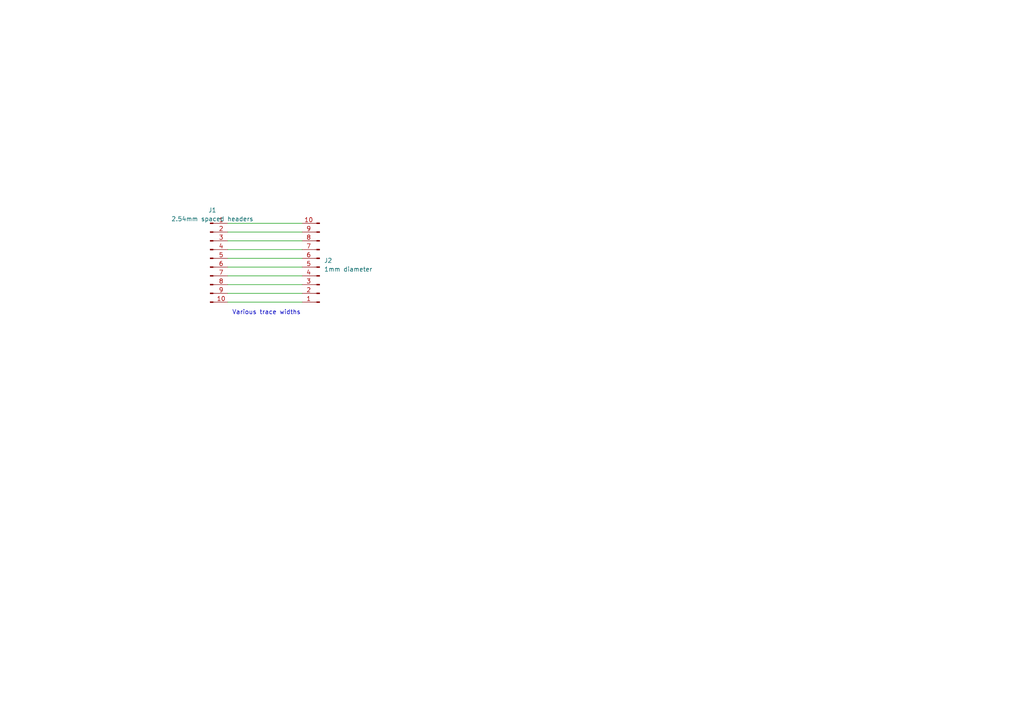
<source format=kicad_sch>
(kicad_sch (version 20230121) (generator eeschema)
  (paper "A4")
  (lib_symbols
    (symbol "Connector:Conn_01x10_Pin" (pin_names (offset 1.016) hide)
      (property "Reference" "J" (at 0 12.7 0))
      (property "Value" "Conn_01x10_Pin" (at 0 -15.24 0))
      (symbol "Conn_01x10_Pin_1_1"
        (polyline (pts (xy 1.27 -12.7) (xy 0.8636 -12.7)) (stroke (width 0.1524)))
        (polyline (pts (xy 1.27 -10.16) (xy 0.8636 -10.16)) (stroke (width 0.1524)))
        (polyline (pts (xy 1.27 -7.62) (xy 0.8636 -7.62)) (stroke (width 0.1524)))
        (polyline (pts (xy 1.27 -5.08) (xy 0.8636 -5.08)) (stroke (width 0.1524)))
        (polyline (pts (xy 1.27 -2.54) (xy 0.8636 -2.54)) (stroke (width 0.1524)))
        (polyline (pts (xy 1.27 0) (xy 0.8636 0)) (stroke (width 0.1524)))
        (polyline (pts (xy 1.27 2.54) (xy 0.8636 2.54)) (stroke (width 0.1524)))
        (polyline (pts (xy 1.27 5.08) (xy 0.8636 5.08)) (stroke (width 0.1524)))
        (polyline (pts (xy 1.27 7.62) (xy 0.8636 7.62)) (stroke (width 0.1524)))
        (polyline (pts (xy 1.27 10.16) (xy 0.8636 10.16)) (stroke (width 0.1524)))
        (rectangle (start 0.8636 -12.573) (end 0 -12.827) (stroke (width 0.1524)) (fill (type outline)))
        (rectangle (start 0.8636 -10.033) (end 0 -10.287) (stroke (width 0.1524)) (fill (type outline)))
        (rectangle (start 0.8636 -7.493) (end 0 -7.747) (stroke (width 0.1524)) (fill (type outline)))
        (rectangle (start 0.8636 -4.953) (end 0 -5.207) (stroke (width 0.1524)) (fill (type outline)))
        (rectangle (start 0.8636 -2.413) (end 0 -2.667) (stroke (width 0.1524)) (fill (type outline)))
        (rectangle (start 0.8636 0.127) (end 0 -0.127) (stroke (width 0.1524)) (fill (type outline)))
        (rectangle (start 0.8636 2.667) (end 0 2.413) (stroke (width 0.1524)) (fill (type outline)))
        (rectangle (start 0.8636 5.207) (end 0 4.953) (stroke (width 0.1524)) (fill (type outline)))
        (rectangle (start 0.8636 7.747) (end 0 7.493) (stroke (width 0.1524)) (fill (type outline)))
        (rectangle (start 0.8636 10.287) (end 0 10.033) (stroke (width 0.1524)) (fill (type outline)))
        (pin passive line (at 5.08 10.16 180) (length 3.81) (name "Pin_1") (number "1"))
        (pin passive line (at 5.08 -12.7 180) (length 3.81) (name "Pin_10") (number "10"))
        (pin passive line (at 5.08 7.62 180) (length 3.81) (name "Pin_2") (number "2"))
        (pin passive line (at 5.08 5.08 180) (length 3.81) (name "Pin_3") (number "3"))
        (pin passive line (at 5.08 2.54 180) (length 3.81) (name "Pin_4") (number "4"))
        (pin passive line (at 5.08 0 180) (length 3.81) (name "Pin_5") (number "5"))
        (pin passive line (at 5.08 -2.54 180) (length 3.81) (name "Pin_6") (number "6"))
        (pin passive line (at 5.08 -5.08 180) (length 3.81) (name "Pin_7") (number "7"))
        (pin passive line (at 5.08 -7.62 180) (length 3.81) (name "Pin_8") (number "8"))
        (pin passive line (at 5.08 -10.16 180) (length 3.81) (name "Pin_9") (number "9"))
      )
    )
  )
  (wire (pts (xy 66.04 77.47) (xy 87.63 77.47)))
  (wire (pts (xy 66.04 85.09) (xy 87.63 85.09)))
  (wire (pts (xy 66.04 72.39) (xy 87.63 72.39)))
  (wire (pts (xy 66.04 69.85) (xy 87.63 69.85)))
  (wire (pts (xy 66.04 67.31) (xy 87.63 67.31)))
  (wire (pts (xy 66.04 64.77) (xy 87.63 64.77)))
  (wire (pts (xy 66.04 82.55) (xy 87.63 82.55)))
  (wire (pts (xy 66.04 80.01) (xy 87.63 80.01)))
  (wire (pts (xy 66.04 87.63) (xy 87.63 87.63)))
  (wire (pts (xy 66.04 74.93) (xy 87.63 74.93)))
  (text "Various trace widths" (at 67.31 91.44 0) (effects (font (size 1.27 1.27)) (justify left bottom)))
  (symbol (lib_id "Connector:Conn_01x10_Pin") (at 92.71 77.47 180) (unit 1)
    (property "Reference" "J2" (at 93.98 75.565 0) (effects (justify right)))
    (property "Value" "1mm diameter" (at 93.98 78.105 0) (effects (justify right)))
    (property "Footprint" "Connector_PinHeader_2.54mm:PinHeader_1x10_P2.54mm_Vertical" (effects hide))
  )
  (symbol (lib_id "Connector:Conn_01x10_Pin") (at 60.96 74.93 0) (unit 1)
    (property "Reference" "J1" (at 61.595 60.96 0))
    (property "Value" "2.54mm spaced headers" (at 61.595 63.5 0))
    (property "Footprint" "Connector_PinHeader_2.54mm:PinHeader_1x10_P2.54mm_Vertical" (effects hide))
  )
)
</source>
